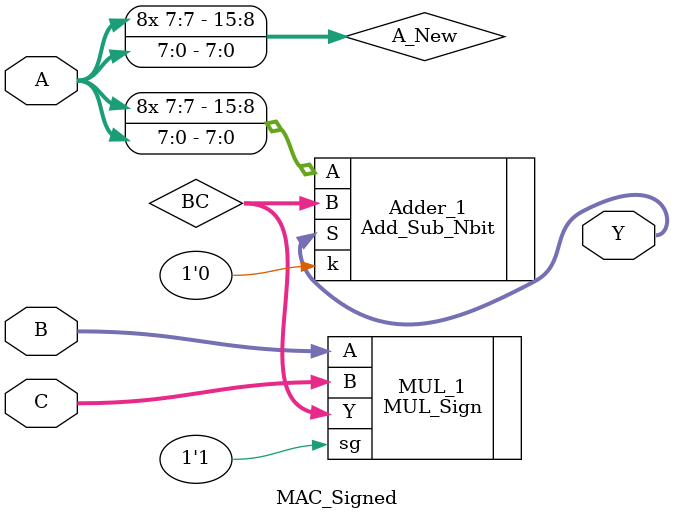
<source format=v>
module MAC_Signed #(parameter N = 8)(A,B,C,Y);
input [N-1:0]A;
input [N-1:0]B;
input [N-1:0]C;
output [2*N:0]Y;

wire [2*N-1:0]BC;

MUL_Sign #( .M(N),.N(N) )MUL_1(.A(B),.B(C),.sg(1'b1),.Y(BC));

reg [2*N-1:0] A_New;

assign A_New={{N{A[N-1]^1'b0}},{A}};
Add_Sub_Nbit #(.N(2*N)) Adder_1(.A(A_New),.B(BC),.k(1'b0),.S(Y));
endmodule
</source>
